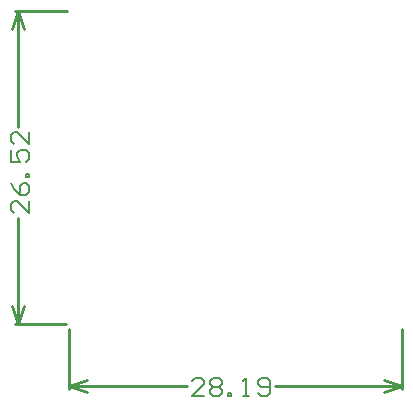
<source format=gm1>
G04*
G04 #@! TF.GenerationSoftware,Altium Limited,Altium Designer,18.1.9 (240)*
G04*
G04 Layer_Color=16711935*
%FSAX25Y25*%
%MOIN*%
G70*
G01*
G75*
%ADD32C,0.01000*%
%ADD33C,0.00600*%
D32*
X0617100Y0149600D02*
Y0169606D01*
X0506100Y0149600D02*
Y0169606D01*
X0574596Y0150600D02*
X0617100D01*
X0506100D02*
X0545404D01*
X0611100Y0152600D02*
X0617100Y0150600D01*
X0611100Y0148600D02*
X0617100Y0150600D01*
X0506100D02*
X0512100Y0148600D01*
X0506100Y0150600D02*
X0512100Y0152600D01*
X0489000Y0275400D02*
X0491000Y0269400D01*
X0487000D02*
X0489000Y0275400D01*
X0487000Y0177000D02*
X0489000Y0171000D01*
X0491000Y0177000D01*
X0489000Y0236696D02*
Y0275400D01*
Y0171000D02*
Y0206504D01*
X0488000Y0275400D02*
X0505400D01*
X0488000Y0171000D02*
X0505100D01*
D33*
X0551003Y0147001D02*
X0547004D01*
X0551003Y0151000D01*
Y0151999D01*
X0550003Y0152999D01*
X0548004D01*
X0547004Y0151999D01*
X0553002D02*
X0554002Y0152999D01*
X0556001D01*
X0557001Y0151999D01*
Y0151000D01*
X0556001Y0150000D01*
X0557001Y0149000D01*
Y0148001D01*
X0556001Y0147001D01*
X0554002D01*
X0553002Y0148001D01*
Y0149000D01*
X0554002Y0150000D01*
X0553002Y0151000D01*
Y0151999D01*
X0554002Y0150000D02*
X0556001D01*
X0559000Y0147001D02*
Y0148001D01*
X0560000D01*
Y0147001D01*
X0559000D01*
X0563999D02*
X0565998D01*
X0564998D01*
Y0152999D01*
X0563999Y0151999D01*
X0568997Y0148001D02*
X0569997Y0147001D01*
X0571996D01*
X0572996Y0148001D01*
Y0151999D01*
X0571996Y0152999D01*
X0569997D01*
X0568997Y0151999D01*
Y0151000D01*
X0569997Y0150000D01*
X0572996D01*
X0492599Y0212103D02*
Y0208104D01*
X0488600Y0212103D01*
X0487601D01*
X0486601Y0211103D01*
Y0209104D01*
X0487601Y0208104D01*
X0486601Y0218101D02*
X0487601Y0216102D01*
X0489600Y0214102D01*
X0491599D01*
X0492599Y0215102D01*
Y0217102D01*
X0491599Y0218101D01*
X0490600D01*
X0489600Y0217102D01*
Y0214102D01*
X0492599Y0220100D02*
X0491599D01*
Y0221100D01*
X0492599D01*
Y0220100D01*
X0486601Y0229098D02*
Y0225099D01*
X0489600D01*
X0488600Y0227098D01*
Y0228098D01*
X0489600Y0229098D01*
X0491599D01*
X0492599Y0228098D01*
Y0226098D01*
X0491599Y0225099D01*
X0492599Y0235096D02*
Y0231097D01*
X0488600Y0235096D01*
X0487601D01*
X0486601Y0234096D01*
Y0232097D01*
X0487601Y0231097D01*
M02*

</source>
